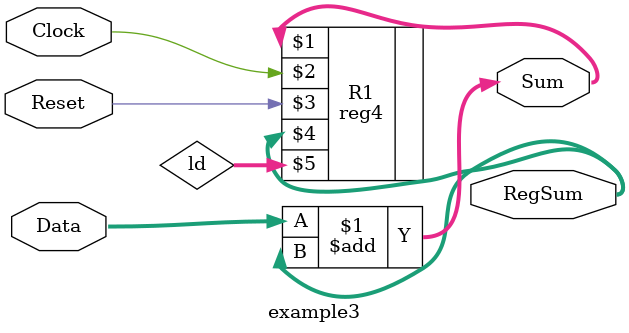
<source format=sv>
module example3(Data, Clock, Reset, RegSum, Sum);
input Clock, Reset;
input [3:0] Data;
output [3:0] Sum, RegSum;
wire [3:0] Sum, RegSum;
wire [3:0] ld;
reg4 R1 (Sum, Clock, Reset, RegSum, ld);
assign Sum = Data + RegSum;
endmodule
</source>
